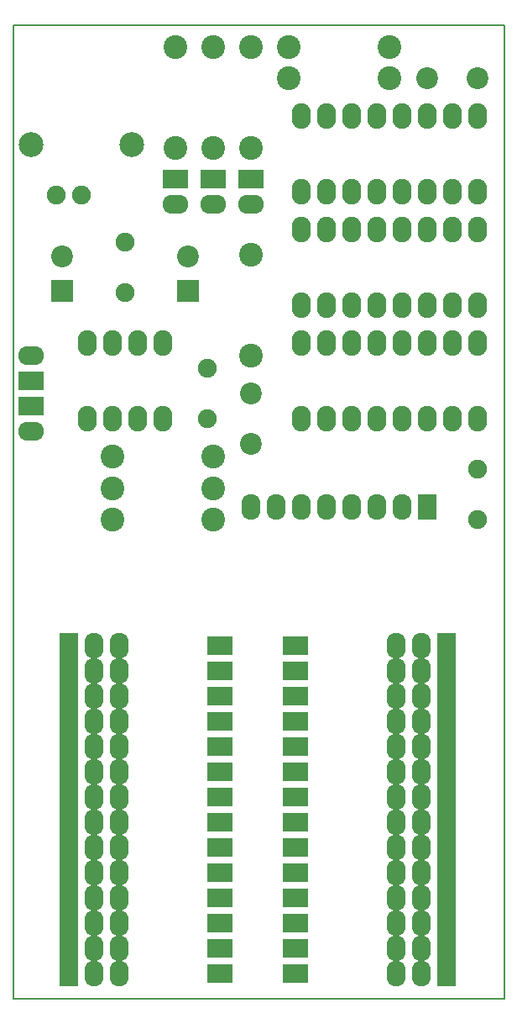
<source format=gts>
G04 #@! TF.FileFunction,Soldermask,Top*
%FSLAX46Y46*%
G04 Gerber Fmt 4.6, Leading zero omitted, Abs format (unit mm)*
G04 Created by KiCad (PCBNEW 4.0.0-stable) date 19.01.2016 13:51:47*
%MOMM*%
G01*
G04 APERTURE LIST*
%ADD10C,0.100000*%
%ADD11C,0.150000*%
%ADD12C,1.900000*%
%ADD13C,2.500000*%
%ADD14R,2.200000X2.200000*%
%ADD15C,2.200000*%
%ADD16C,1.901140*%
%ADD17R,2.599640X1.924000*%
%ADD18O,2.599640X1.924000*%
%ADD19R,1.924000X2.599640*%
%ADD20O,1.924000X2.599640*%
%ADD21C,2.398980*%
%ADD22O,1.901140X2.599640*%
G04 APERTURE END LIST*
D10*
D11*
X156972000Y-162560000D02*
X107442000Y-162560000D01*
X156972000Y-64516000D02*
X156972000Y-162560000D01*
X107442000Y-64516000D02*
X156972000Y-64516000D01*
X107442000Y-162560000D02*
X107442000Y-64516000D01*
D12*
X114300000Y-81595000D03*
X111760000Y-81595000D03*
D13*
X109220000Y-76515000D03*
X119380000Y-76515000D03*
D14*
X112395000Y-91285000D03*
D15*
X112395000Y-87785000D03*
X154305000Y-69850000D03*
X149225000Y-69850000D03*
X131445000Y-101600000D03*
X131445000Y-106680000D03*
D16*
X118745000Y-86360000D03*
X118745000Y-91440000D03*
X127000000Y-99060000D03*
X127000000Y-104140000D03*
X154305000Y-114300000D03*
X154305000Y-109220000D03*
D17*
X131445000Y-80010000D03*
D18*
X131445000Y-82550000D03*
D17*
X127635000Y-80010000D03*
D18*
X127635000Y-82550000D03*
D17*
X123825000Y-80010000D03*
D18*
X123825000Y-82550000D03*
D19*
X149225000Y-113030000D03*
D20*
X146685000Y-113030000D03*
X144145000Y-113030000D03*
X141605000Y-113030000D03*
X139065000Y-113030000D03*
X136525000Y-113030000D03*
X133985000Y-113030000D03*
X131445000Y-113030000D03*
D17*
X109220000Y-102870000D03*
D18*
X109220000Y-105410000D03*
D17*
X109220000Y-100330000D03*
D18*
X109220000Y-97790000D03*
D21*
X145415000Y-66675000D03*
X135255000Y-66675000D03*
X145415000Y-69850000D03*
X135255000Y-69850000D03*
X131445000Y-97790000D03*
X131445000Y-87630000D03*
X127635000Y-107950000D03*
X117475000Y-107950000D03*
X117475000Y-111125000D03*
X127635000Y-111125000D03*
X117475000Y-114300000D03*
X127635000Y-114300000D03*
X131445000Y-66675000D03*
X131445000Y-76835000D03*
X127635000Y-66675000D03*
X127635000Y-76835000D03*
X123825000Y-66675000D03*
X123825000Y-76835000D03*
D22*
X136525000Y-81280000D03*
X139065000Y-81280000D03*
X141605000Y-81280000D03*
X144145000Y-81280000D03*
X146685000Y-81280000D03*
X149225000Y-81280000D03*
X151765000Y-81280000D03*
X154305000Y-81280000D03*
X154305000Y-73660000D03*
X151765000Y-73660000D03*
X149225000Y-73660000D03*
X146685000Y-73660000D03*
X144145000Y-73660000D03*
X141605000Y-73660000D03*
X139065000Y-73660000D03*
X136525000Y-73660000D03*
X136525000Y-92710000D03*
X139065000Y-92710000D03*
X141605000Y-92710000D03*
X144145000Y-92710000D03*
X146685000Y-92710000D03*
X149225000Y-92710000D03*
X151765000Y-92710000D03*
X154305000Y-92710000D03*
X154305000Y-85090000D03*
X151765000Y-85090000D03*
X149225000Y-85090000D03*
X146685000Y-85090000D03*
X144145000Y-85090000D03*
X141605000Y-85090000D03*
X139065000Y-85090000D03*
X136525000Y-85090000D03*
X136525000Y-104140000D03*
X139065000Y-104140000D03*
X141605000Y-104140000D03*
X144145000Y-104140000D03*
X146685000Y-104140000D03*
X149225000Y-104140000D03*
X151765000Y-104140000D03*
X154305000Y-104140000D03*
X154305000Y-96520000D03*
X151765000Y-96520000D03*
X149225000Y-96520000D03*
X146685000Y-96520000D03*
X144145000Y-96520000D03*
X141605000Y-96520000D03*
X139065000Y-96520000D03*
X136525000Y-96520000D03*
X114935000Y-104140000D03*
X117475000Y-104140000D03*
X120015000Y-104140000D03*
X122555000Y-104140000D03*
X122555000Y-96520000D03*
X120015000Y-96520000D03*
X117475000Y-96520000D03*
X114935000Y-96520000D03*
D14*
X125095000Y-91285000D03*
D15*
X125095000Y-87785000D03*
D19*
X113030000Y-127000000D03*
D20*
X115570000Y-127000000D03*
X118110000Y-127000000D03*
D19*
X113030000Y-129540000D03*
D20*
X115570000Y-129540000D03*
X118110000Y-129540000D03*
D19*
X113030000Y-132080000D03*
D20*
X115570000Y-132080000D03*
X118110000Y-132080000D03*
D19*
X113030000Y-134620000D03*
D20*
X115570000Y-134620000D03*
X118110000Y-134620000D03*
D19*
X113030000Y-137160000D03*
D20*
X115570000Y-137160000D03*
X118110000Y-137160000D03*
D19*
X113030000Y-139700000D03*
D20*
X115570000Y-139700000D03*
X118110000Y-139700000D03*
D19*
X113030000Y-142240000D03*
D20*
X115570000Y-142240000D03*
X118110000Y-142240000D03*
D19*
X113030000Y-144780000D03*
D20*
X115570000Y-144780000D03*
X118110000Y-144780000D03*
D19*
X113030000Y-147320000D03*
D20*
X115570000Y-147320000D03*
X118110000Y-147320000D03*
D19*
X113030000Y-149860000D03*
D20*
X115570000Y-149860000D03*
X118110000Y-149860000D03*
D19*
X113030000Y-152400000D03*
D20*
X115570000Y-152400000D03*
X118110000Y-152400000D03*
D19*
X113030000Y-154940000D03*
D20*
X115570000Y-154940000D03*
X118110000Y-154940000D03*
D19*
X113030000Y-157480000D03*
D20*
X115570000Y-157480000D03*
X118110000Y-157480000D03*
D19*
X113030000Y-160020000D03*
D20*
X115570000Y-160020000D03*
X118110000Y-160020000D03*
D19*
X151130000Y-160020000D03*
D20*
X148590000Y-160020000D03*
X146050000Y-160020000D03*
D19*
X151130000Y-157480000D03*
D20*
X148590000Y-157480000D03*
X146050000Y-157480000D03*
D19*
X151130000Y-154940000D03*
D20*
X148590000Y-154940000D03*
X146050000Y-154940000D03*
D19*
X151130000Y-152400000D03*
D20*
X148590000Y-152400000D03*
X146050000Y-152400000D03*
D19*
X151130000Y-149860000D03*
D20*
X148590000Y-149860000D03*
X146050000Y-149860000D03*
D19*
X151130000Y-147320000D03*
D20*
X148590000Y-147320000D03*
X146050000Y-147320000D03*
D19*
X151130000Y-144780000D03*
D20*
X148590000Y-144780000D03*
X146050000Y-144780000D03*
D19*
X151130000Y-142240000D03*
D20*
X148590000Y-142240000D03*
X146050000Y-142240000D03*
D19*
X151130000Y-139700000D03*
D20*
X148590000Y-139700000D03*
X146050000Y-139700000D03*
D19*
X151130000Y-137160000D03*
D20*
X148590000Y-137160000D03*
X146050000Y-137160000D03*
D19*
X151130000Y-134620000D03*
D20*
X148590000Y-134620000D03*
X146050000Y-134620000D03*
D19*
X151130000Y-132080000D03*
D20*
X148590000Y-132080000D03*
X146050000Y-132080000D03*
D19*
X151130000Y-129540000D03*
D20*
X148590000Y-129540000D03*
X146050000Y-129540000D03*
D19*
X151130000Y-127000000D03*
D20*
X148590000Y-127000000D03*
X146050000Y-127000000D03*
D17*
X128270000Y-127000000D03*
X128270000Y-129540000D03*
X128270000Y-132080000D03*
X128270000Y-134620000D03*
X128270000Y-137160000D03*
X128270000Y-139700000D03*
X128270000Y-142240000D03*
X128270000Y-144780000D03*
X128270000Y-147320000D03*
X128270000Y-149860000D03*
X128270000Y-152400000D03*
X128270000Y-154940000D03*
X128270000Y-157480000D03*
X128270000Y-160020000D03*
X135890000Y-160020000D03*
X135890000Y-157480000D03*
X135890000Y-154940000D03*
X135890000Y-152400000D03*
X135890000Y-149860000D03*
X135890000Y-147320000D03*
X135890000Y-144780000D03*
X135890000Y-142240000D03*
X135890000Y-139700000D03*
X135890000Y-137160000D03*
X135890000Y-134620000D03*
X135890000Y-132080000D03*
X135890000Y-129540000D03*
X135890000Y-127000000D03*
M02*

</source>
